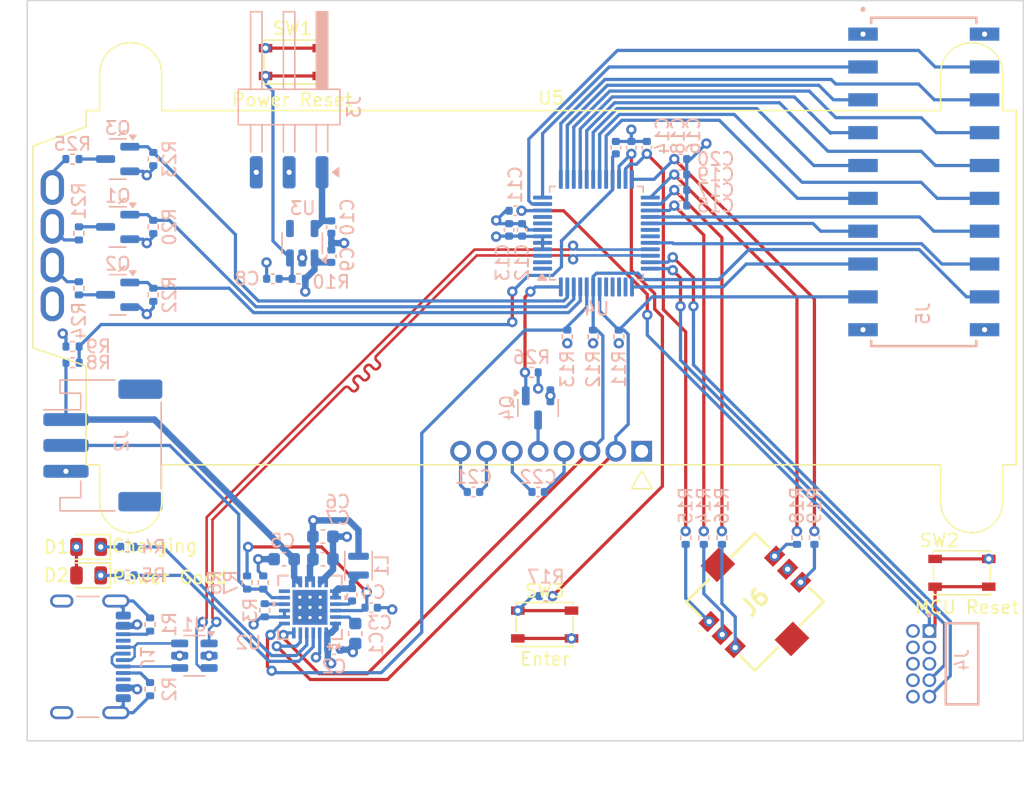
<source format=kicad_pcb>
(kicad_pcb (version 20241229) (generator "pcbnew") (generator_version "9.0")
  (layers (0 "F.Cu" signal) (4 "In1.Cu" power "Pwr.Cu") (6 "In2.Cu" power "Gnd.Cu") (2 "B.Cu" signal) (13 "F.Paste" user) (15 "B.Paste" user) (5 "F.SilkS" user "F.Silkscreen") (7 "B.SilkS" user "B.Silkscreen") (1 "F.Mask" user) (3 "B.Mask" user) (25 "Edge.Cuts" user))
  (net 0 "")
  (net 1 "GND")
  (net 2 "Net-(U2-PMID)")
  (net 3 "/MCU/VBUS")
  (net 4 "Net-(U2-REGN)")
  (net 5 "Net-(U2-BTST)")
  (net 6 "/Power/SW")
  (net 7 "/Power/BATTERY")
  (net 8 "/Power/SYS")
  (net 9 "Net-(U3-EN)")
  (net 10 "/MCU/NRST")
  (net 11 "/MCU/3V3")
  (net 12 "/MCU/VBAT")
  (net 13 "/MCU/CENTER")
  (net 14 "/MCU/DIR_A")
  (net 15 "/MCU/DIR_C")
  (net 16 "/MCU/BUTTON")
  (net 17 "/MCU/DIR_B")
  (net 18 "/MCU/DIR_D")
  (net 19 "Net-(U5-C1+)")
  (net 20 "Net-(U5-C1-)")
  (net 21 "Net-(U5-V_{out})")
  (net 22 "Net-(D1-K)")
  (net 23 "Net-(U2-STAT)")
  (net 24 "Net-(U2-~{PG})")
  (net 25 "Net-(D2-K)")
  (net 27 "/Power/USBCONN_D+")
  (net 28 "Net-(J1-CC2)")
  (net 29 "Net-(J1-CC1)")
  (net 30 "/Power/USBCONN_D-")
  (net 32 "/Power/BAT_TS")
  (net 33 "/MCU/PA8")
  (net 34 "/MCU/PA7")
  (net 35 "/MCU/PB0")
  (net 36 "/MCU/PB1")
  (net 37 "/MCU/PA6")
  (net 38 "/MCU/PA4")
  (net 39 "/MCU/PA2")
  (net 40 "/MCU/SDA")
  (net 41 "/MCU/SCL")
  (net 42 "/MCU/PA1")
  (net 43 "/MCU/PA15")
  (net 44 "/MCU/PA10")
  (net 45 "/MCU/PA0")
  (net 46 "/MCU/PA3")
  (net 47 "/MCU/PA5")
  (net 48 "/MCU/PA9")
  (net 49 "Net-(J6-C)")
  (net 50 "Net-(J6-B)")
  (net 51 "Net-(J6-A)")
  (net 52 "Net-(J6-CENTER)")
  (net 55 "Net-(J6-D)")
  (net 56 "/MCU/GREEN")
  (net 57 "Net-(Q1-D)")
  (net 58 "Net-(Q2-D)")
  (net 59 "/MCU/BLUE")
  (net 60 "/MCU/RED")
  (net 61 "Net-(Q3-D)")
  (net 62 "/MCU/LCD_PWR_CTL")
  (net 63 "Net-(Q4-D)")
  (net 64 "Net-(U2-ILIM)")
  (net 65 "/MCU/CHARGER_INT")
  (net 66 "Net-(R17-Pad1)")
  (net 67 "Net-(U5-(G)LED-)")
  (net 68 "Net-(U5-(B)LED-)")
  (net 69 "Net-(U5-(R)LED-)")
  (net 70 "/MCU/D+")
  (net 71 "/MCU/D-")
  (net 75 "/MCU/SYS_SWCLK")
  (net 81 "/MCU/SYS_SWDIO")
  (net 91 "Net-(J3-Pin_1)")
  (footprint "Button_Switch_SMD:SW_SPST_PTS810" (layer "F.Cu") (at 133.75 87)
    (property "Reference" "SW2")
    (property "Value" "SW_Push")
  )
  (footprint "LED_SMD:LED_0805_2012Metric" (layer "F.Cu") (at 66.25 87.2 180)
    (property "Reference" "D2")
    (property "Value" "Green")
  )
  (footprint "Button_Switch_SMD:SW_SPST_PTS810" (layer "F.Cu") (at 101.5 91)
    (property "Reference" "SW3")
    (property "Value" "SW_Push")
  )
  (footprint "LED_SMD:LED_0805_2012Metric" (layer "F.Cu") (at 66.25 85 180)
    (property "Reference" "D1")
    (property "Value" "Red")
  )
  (footprint "Project_Footprints:TE_24348041" (layer "F.Cu") (at 117.75 89.25 45)
    (property "Reference" "J6")
    (property "Value" "2434804-1" (hide yes))
  )
  (footprint "Button_Switch_SMD:SW_SPST_PTS810" (layer "F.Cu") (at 82 47.5)
    (property "Reference" "SW1")
    (property "Value" "SW_Push")
  )
  (footprint "Project_Footprints:NHD-C0220BiZ-FSRGB_no_mount" (layer "F.Cu") (at 102 61.7)
    (property "Reference" "U5")
    (property "Value" "NHD-C0220BIZ-FSRGB")
  )
  (footprint "Resistor_SMD:R_0402_1005Metric" (layer "B.Cu") (at 69.25 87.2)
    (property "Reference" "R5")
    (property "Value" "220")
  )
  (footprint "Capacitor_SMD:C_0402_1005Metric" (layer "B.Cu") (at 112 58.6)
    (property "Reference" "C15")
    (property "Value" "470n")
  )
  (footprint "Capacitor_SMD:C_0402_1005Metric" (layer "B.Cu") (at 80.492499 64.262499 180)
    (property "Reference" "C8")
    (property "Value" "1u")
  )
  (footprint "Capacitor_SMD:C_0603_1608Metric" (layer "B.Cu") (at 84.362448 85.947867 180)
    (property "Reference" "C7")
    (property "Value" "10u")
  )
  (footprint "Inductor_SMD:L_Murata_DFE201610P" (layer "B.Cu") (at 87.112448 86.447867 90)
    (property "Reference" "L1")
    (property "Value" "1uH")
  )
  (footprint "Package_TO_SOT_SMD:SOT-23" (layer "B.Cu") (at 68.5 65.5 180)
    (property "Reference" "Q2")
    (property "Value" "AO3400A")
  )
  (footprint "Project_Footprints:SAMTEC_SSM-110-F-DH" (layer "B.Cu") (at 130.8025 56.77 90)
    (property "Reference" "J5")
    (property "Value" "Conn_02x10_Odd_Even")
  )
  (footprint "Connector_JST:JST_PH_S3B-PH-SM4-TB_1x03-1MP_P2.00mm_Horizontal" (layer "B.Cu") (at 67.35 77.15 -90)
    (property "Reference" "J2")
    (property "Value" "Conn_01x03")
  )
  (footprint "Package_TO_SOT_SMD:SOT-23-5" (layer "B.Cu") (at 82.762499 61.512499 90)
    (property "Reference" "U3")
    (property "Value" "TPS7A0533PDBV")
  )
  (footprint "Resistor_SMD:R_0402_1005Metric" (layer "B.Cu") (at 71.25 65.5 -90)
    (property "Reference" "R22")
    (property "Value" "1M")
  )
  (footprint "Resistor_SMD:R_0402_1005Metric" (layer "B.Cu") (at 113.8 84.29 -90)
    (property "Reference" "R14")
    (property "Value" "10k")
  )
  (footprint "Package_QFP:LQFP-48_7x7mm_P0.5mm" (layer "B.Cu") (at 105.5 60.73)
    (property "Reference" "U4")
    (property "Value" "STM32G0B1CBTx")
  )
  (footprint "Capacitor_SMD:C_0402_1005Metric" (layer "B.Cu") (at 85.012499 62.512499 -90)
    (property "Reference" "C9")
    (property "Value" "1u")
  )
  (footprint "Capacitor_SMD:C_0402_1005Metric" (layer "B.Cu") (at 112 55 180)
    (property "Reference" "C20")
    (property "Value" "470n")
  )
  (footprint "Resistor_SMD:R_0402_1005Metric" (layer "B.Cu") (at 121 84.29 -90)
    (property "Reference" "R18")
    (property "Value" "10k")
  )
  (footprint "Capacitor_SMD:C_0402_1005Metric" (layer "B.Cu") (at 96 80.75 180)
    (property "Reference" "C21")
    (property "Value" "1u")
  )
  (footprint "Capacitor_SMD:C_0603_1608Metric" (layer "B.Cu") (at 81.362448 85.947867 180)
    (property "Reference" "C5")
    (property "Value" "10u")
  )
  (footprint "Connector_Harwin:Harwin_M20-89003xx_1x03_P2.54mm_Horizontal" (layer "B.Cu") (at 81.75 50.5 90)
    (property "Reference" "J3")
    (property "Value" "Conn_01x03")
  )
  (footprint "Capacitor_SMD:C_0402_1005Metric" (layer "B.Cu") (at 99.75 60.48 90)
    (property "Reference" "C12")
    (property "Value" "4u7")
  )
  (footprint "Resistor_SMD:R_0402_1005Metric" (layer "B.Cu") (at 71.25 60.25 -90)
    (property "Reference" "R20")
    (property "Value" "1M")
  )
  (footprint "Capacitor_SMD:C_0402_1005Metric" (layer "B.Cu") (at 85.2202 92.947867 180)
    (property "Reference" "C2")
    (property "Value" "1u")
  )
  (footprint "Capacitor_SMD:C_0402_1005Metric" (layer "B.Cu") (at 112 56.2)
    (property "Reference" "C19")
    (property "Value" "470n")
  )
  (footprint "Resistor_SMD:R_0402_1005Metric" (layer "B.Cu") (at 71 96 90)
    (property "Reference" "R2")
    (property "Value" "5k1")
  )
  (footprint "Resistor_SMD:R_0402_1005Metric" (layer "B.Cu") (at 65 55 180)
    (property "Reference" "R25")
    (property "Value" "70")
  )
  (footprint "Capacitor_SMD:C_0402_1005Metric" (layer "B.Cu") (at 85.012499 60.262499 90)
    (property "Reference" "C10")
    (property "Value" "1u")
  )
  (footprint "Resistor_SMD:R_0402_1005Metric" (layer "B.Cu") (at 71 91 -90)
    (property "Reference" "R1")
    (property "Value" "5k1")
  )
  (footprint "Connector_USB:USB_C_Receptacle_GCT_USB4105-xx-A_16P_TopMnt_Horizontal" (layer "B.Cu") (at 65.25 93.5 90)
    (property "Reference" "J1")
    (property "Value" "USB_C_Receptacle_USB2.0_16P")
  )
  (footprint "Resistor_SMD:R_0402_1005Metric" (layer "B.Cu") (at 112.4 84.29 -90)
    (property "Reference" "R15")
    (property "Value" "10k")
  )
  (footprint "Resistor_SMD:R_0402_1005Metric" (layer "B.Cu") (at 107.23 68.74 90)
    (property "Reference" "R11")
    (property "Value" "10k")
  )
  (footprint "Capacitor_SMD:C_0603_1608Metric" (layer "B.Cu") (at 84.362448 84.197867 180)
    (property "Reference" "C6")
    (property "Value" "10u")
  )
  (footprint "Package_TO_SOT_SMD:SOT-23" (layer "B.Cu") (at 68.5 60.25 180)
    (property "Reference" "Q1")
    (property "Value" "AO3400A")
  )
  (footprint "Resistor_SMD:R_0402_1005Metric" (layer "B.Cu") (at 65.01 70.75)
    (property "Reference" "R8")
    (property "Value" "100k")
  )
  (footprint "Resistor_SMD:R_0402_1005Metric" (layer "B.Cu") (at 103.25 68.74 90)
    (property "Reference" "R13")
    (property "Value" "10k")
  )
  (footprint "Resistor_SMD:R_0402_1005Metric" (layer "B.Cu") (at 65.5 65 90)
    (property "Reference" "R24")
    (property "Value" "20")
  )
  (footprint "Capacitor_SMD:C_0402_1005Metric" (layer "B.Cu") (at 112 57.4 180)
    (property "Reference" "C17")
    (property "Value" "470n")
  )
  (footprint "Capacitor_SMD:C_0402_1005Metric" (layer "B.Cu") (at 107 54.12 -90)
    (property "Reference" "C14")
    (property "Value" "1u")
  )
  (footprint "Project_Footprints:SAMTEC_FTSH-105-01-L-D-RA-K" (layer "B.Cu") (at 131.235 91.4975 90)
    (property "Reference" "J4")
    (property "Value" "Conn_02x05_Odd_Even")
  )
  (footprint "Resistor_SMD:R_0402_1005Metric" (layer "B.Cu") (at 79.862449 89.897867 90)
    (property "Reference" "R3")
    (property "Value" "240")
  )
  (footprint "Resistor_SMD:R_0402_1005Metric" (layer "B.Cu") (at 69.25 85)
    (property "Reference" "R4")
    (property "Value" "470")
  )
  (footprint "Resistor_SMD:R_0402_1005Metric" (layer "B.Cu") (at 65.5 60.75 -90)
    (property "Reference" "R21")
    (property "Value" "20")
  )
  (footprint "Capacitor_SMD:C_0402_1005Metric" (layer "B.Cu") (at 101 80.75 180)
    (property "Reference" "C22")
    (property "Value" "1u")
  )
  (footprint "Package_TO_SOT_SMD:SOT-23-6" (layer "B.Cu") (at 74.425 93.4125 180)
    (property "Reference" "U1")
    (property "Value" "USBLC6-2SC6")
  )
  (footprint "Capacitor_SMD:C_0402_1005Metric" (layer "B.Cu") (at 99.23 59 180)
    (property "Reference" "C11")
    (property "Value" "100n")
  )
  (footprint "Resistor_SMD:R_0402_1005Metric" (layer "B.Cu") (at 78.5 87.75 -90)
    (property "Reference" "R6")
    (property "Value" "5k25 (5k23)")
  )
  (footprint "Capacitor_SMD:C_0603_1608Metric" (layer "B.Cu") (at 86.862448 91.697867 -90)
    (property "Reference" "C1")
    (property "Value" "10u")
  )
  (footprint "Resistor_SMD:R_0402_1005Metric" (layer "B.Cu") (at 100.49 71.5 180)
    (property "Reference" "R26")
    (property "Value" "1M")
  )
  (footprint "Capacitor_SMD:C_0402_1005Metric" (layer "B.Cu") (at 88.092448 89.697867)
    (property "Reference" "C3")
    (property "Value" "4u7")
  )
  (footprint "Resistor_SMD:R_0402_1005Metric" (layer "B.Cu") (at 71.25 55 -90)
    (property "Reference" "R23")
    (property "Value" "1M")
  )
  (footprint "Capacitor_SMD:C_0402_1005Metric" (layer "B.Cu") (at 108.2 54.12 90)
    (property "Reference" "C18")
    (property "Value" "470n")
  )
  (footprint "Resistor_SMD:R_0402_1005Metric" (layer "B.Cu") (at 65.01 69.5 180)
    (property "Reference" "R9")
    (property "Value" "200k")
  )
  (footprint "Package_TO_SOT_SMD:SOT-23" (layer "B.Cu") (at 100.99 74.25 -90)
    (property "Reference" "Q4")
    (property "Value" "AO3401A")
  )
  (footprint "Resistor_SMD:R_0402_1005Metric" (layer "B.Cu") (at 82.492499 64.262499 180)
    (property "Reference" "R10")
    (property "Value" "10k")
  )
  (footprint "Resistor_SMD:R_0402_1005Metric" (layer "B.Cu") (at 79.75 87.75 90)
    (property "Reference" "R7")
    (property "Value" "31k23 (31k6)")
  )
  (footprint "Capacitor_SMD:C_0402_1005Metric" (layer "B.Cu") (at 109.4 54.12 90)
    (property "Reference" "C16")
    (property "Value" "470n")
  )
  (footprint "Resistor_SMD:R_0402_1005Metric" (layer "B.Cu") (at 105.24 68.74 90)
    (property "Reference" "R12")
    (property "Value" "10k")
  )
  (footprint "Project_Footprints:RGE24_2P7X2P7_TEX" (layer "B.Cu") (at 83.362448 89.672867 90)
    (property "Reference" "U2")
    (property "Value" "BQ24259RGER")
  )
  (footprint "Package_TO_SOT_SMD:SOT-23" (layer "B.Cu") (at 68.5 55 180)
    (property "Reference" "Q3")
    (property "Value" "AO3400A")
  )
  (footprint "Capacitor_SMD:C_0402_1005Metric" (layer "B.Cu") (at 86.612448 88.697867 -90)
    (property "Reference" "C4")
    (property "Value" "47n")
  )
  (footprint "Resistor_SMD:R_0402_1005Metric" (layer "B.Cu") (at 122.35 84.29 -90)
    (property "Reference" "R19")
    (property "Value" "10k")
  )
  (footprint "Capacitor_SMD:C_0402_1005Metric" (layer "B.Cu") (at 98.75 60.48 90)
    (property "Reference" "C13")
    (property "Value" "100n")
  )
  (footprint "Resistor_SMD:R_0402_1005Metric" (layer "B.Cu") (at 115.2 84.29 90)
    (property "Reference" "R16")
    (property "Value" "10k")
  )
  (footprint "Resistor_SMD:R_0402_1005Metric" (layer "B.Cu") (at 101.6 88.8)
    (property "Reference" "R17")
    (property "Value" "10k")
  )
  (gr_rect (start 61.5 42.75) (end 138.5 100) (stroke (width 0.1)) (fill no) (layer "Edge.Cuts"))
  (gr_text "Enter" (at 99.5 94.25 0) (layer "F.SilkS") (effects (font (size 1 1)) (justify left bottom)))
  (gr_text "MCU Reset" (at 130 90.25 0) (layer "F.SilkS") (effects (font (size 1 1)) (justify left bottom)))
  (gr_text "Power Good" (at 67.975 87.95 0) (layer "F.SilkS") (effects (font (size 1 1)) (justify left bottom)))
  (gr_text "Power Reset" (at 77.25 51 0) (layer "F.SilkS") (effects (font (size 1 1)) (justify left bottom)))
  (gr_text "Charging" (at 67.935 85.5 0) (layer "F.SilkS") (effects (font (size 1 1)) (justify left bottom)))
  (segment (start 103.575 92.075) (end 99.425 92.075) (width 0.25) (layer "F.Cu") (net 1))
  (segment (start 135.825 85.925) (end 131.675 85.925) (width 0.25) (layer "F.Cu") (net 1))
  (segment (start 84.075 46.425) (end 79.925 46.425) (width 0.25) (layer "F.Cu") (net 1))
  (via (at 86.676879 93.135367) (size 0.8) (drill 0.4) (layers "F.Cu" "B.Cu") (net 1))
  (via (at 79.007418 90.992582) (size 0.8) (drill 0.4) (layers "F.Cu" "B.Cu") (net 1))
  (via (at 108.2 52.725) (size 0.8) (drill 0.4) (layers "F.Cu" "B.Cu") (net 1))
  (via (at 82.762499 62.649999) (size 0.8) (drill 0.4) (layers "F.Cu" "B.Cu") (net 1))
  (via (at 64.25 68.5) (size 0.8) (drill 0.4) (layers "F.Cu" "B.Cu") (net 1))
  (via (at 79.362448 85.947867) (size 0.8) (drill 0.4) (layers "F.Cu" "B.Cu") (net 1))
  (via (at 86.212448 84.209264) (size 0.8) (drill 0.4) (layers "F.Cu" "B.Cu") (net 1))
  (via (at 70.75 67) (size 0.8) (drill 0.4) (layers "F.Cu" "B.Cu") (net 1))
  (via (at 101 72.75) (size 0.8) (drill 0.4) (layers "F.Cu" "B.Cu") (net 1))
  (via (at 70.75 56.25) (size 0.8) (drill 0.4) (layers "F.Cu" "B.Cu") (net 1))
  (via (at 64.5 79.15) (size 0.8) (drill 0.4) (layers "F.Cu" "B.Cu") (net 1))
  (via (at 135.825 85.925) (size 0.8) (drill 0.4) (layers "F.Cu" "B.Cu") (net 1))
  (via (at 97.75 59.75) (size 0.8) (drill 0.4) (layers "F.Cu" "B.Cu") (net 1))
  (via (at 126.105 68.2) (size 0.8) (drill 0.4) (layers "F.Cu" "B.Cu") (net 1))
  (via (at 79.21 56.025) (size 0.8) (drill 0.4) (layers "F.Cu" "B.Cu") (net 1))
  (via (at 75.5625 93.4125) (size 0.8) (drill 0.4) (layers "F.Cu" "B.Cu") (net 1))
  (via (at 135.5 45.34) (size 0.8) (drill 0.4) (layers "F.Cu" "B.Cu") (net 1))
  (via (at 86 61.5) (size 0.8) (drill 0.4) (layers "F.Cu" "B.Cu") (net 1))
  (via (at 79.925 46.425) (size 0.8) (drill 0.4) (layers "F.Cu" "B.Cu") (net 1))
  (via (at 89.7202 89.837321) (size 0.8) (drill 0.4) (layers "F.Cu" "B.Cu") (net 1))
  (via (at 114 53.8) (size 0.8) (drill 0.4) (layers "F.Cu" "B.Cu") (net 1))
  (via (at 103.575 92.075) (size 0.8) (drill 0.4) (layers "F.Cu" "B.Cu") (net 1))
  (via (at 80 63) (size 0.8) (drill 0.4) (layers "F.Cu" "B.Cu") (net 1))
  (via (at 70.75 61.5) (size 0.8) (drill 0.4) (layers "F.Cu" "B.Cu") (net 1))
  (via (at 83.824826 93.53782) (size 0.8) (drill 0.4) (layers "F.Cu" "B.Cu") (net 1))
  (via (at 120.277907 86.722093) (size 0.8) (drill 0.4) (layers "F.Cu" "B.Cu") (net 1))
  (segment (start 101.3375 60.48) (end 100.24149 60.48) (width 0.25) (layer "B.Cu") (net 1))
  (segment (start 86.387448 92.947867) (end 86.574948 93.135367) (width 0.5) (layer "B.Cu") (net 1))
  (segment (start 98.75 59) (end 98.5 59) (width 0.25) (layer "B.Cu") (net 1))
  (segment (start 135.5 45.25) (end 135.5 45.34) (width 0.25) (layer "B.Cu") (net 1))
  (segment (start 68.93 96.7) (end 68.93 97.245) (width 0.25) (layer "B.Cu") (net 1))
  (segment (start 71 90.49) (end 69.69 89.18) (width 0.25) (layer "B.Cu") (net 1))
  (segment (start 85.137448 85.947867) (end 85.137448 86.762821) (width 0.5) (layer "B.Cu") (net 1))
  (segment (start 68.93 89.755) (end 68.355 89.18) (width 0.25) (layer "B.Cu") (net 1))
  (segment (start 84.112449 91.647867) (end 84.112449 93.250197) (width 0.25) (layer "B.Cu") (net 1))
  (segment (start 85.137448 84.197867) (end 86.201051 84.197867) (width 0.5) (layer "B.Cu") (net 1))
  (segment (start 68.93 90.3) (end 68.93 89.755) (width 0.25) (layer "B.Cu") (net 1))
  (segment (start 112.8 55) (end 114 53.8) (width 0.25) (layer "B.Cu") (net 1))
  (segment (start 71.25 60.76) (end 71.25 61) (width 0.25) (layer "B.Cu") (net 1))
  (segment (start 70.45 61.2) (end 70.75 61.5) (width 0.25) (layer "B.Cu") (net 1))
  (segment (start 86.387448 92.947867) (end 85.592448 92.947867) (width 0.5) (layer "B.Cu") (net 1))
  (segment (start 112.48 56.2) (end 112.48 55) (width 0.25) (layer "B.Cu") (net 1))
  (segment (start 79.877638 90.423056) (end 79.862449 90.407867) (width 0.25) (layer "B.Cu") (net 1))
  (segment (start 85.012499 61.5) (end 86 61.5) (width 0.5) (layer "B.Cu") (net 1))
  (segment (start 71.25 66.5) (end 70.75 67) (width 0.25) (layer "B.Cu") (net 1))
  (segment (start 112.48 55) (end 112.8 55) (width 0.25) (layer "B.Cu") (net 1))
  (segment (start 68.355 97.82) (end 69.69 97.82) (width 0.25) (layer "B.Cu") (net 1))
  (segment (start 69.4375 66.45) (end 70.2 66.45) (width 0.25) (layer "B.Cu") (net 1))
  (segment (start 85.137448 86.762821) (end 84.202402 87.697867) (width 0.5) (layer "B.Cu") (net 1))
  (segment (start 70.45 55.95) (end 70.75 56.25) (width 0.25) (layer "B.Cu") (net 1))
  (segment (start 79.862449 90.407867) (end 79.592133 90.407867) (width 0.25) (layer "B.Cu") (net 1))
  (segment (start 80.012499 64.262499) (end 80.012499 63.012499) (width 0.25) (layer "B.Cu") (net 1))
  (segment (start 79.592133 90.407867) (end 79.007418 90.992582) (width 0.25) (layer "B.Cu") (net 1))
  (segment (start 79.362448 86.852448) (end 79.362448 85.947867) (width 0.25) (layer "B.Cu") (net 1))
  (segment (start 64.5 68.75) (end 64.25 68.5) (width 0.25) (layer "B.Cu") (net 1))
  (segment (start 85.012499 61.5) (end 85.012499 62.032499) (width 0.5) (layer "B.Cu") (net 1))
  (segment (start 81.387448 90.423056) (end 79.877638 90.423056) (width 0.25) (layer "B.Cu") (net 1))
  (segment (start 98 60) (end 97.75 59.75) (width 0.25) (layer "B.Cu") (net 1))
  (segment (start 98.75 60) (end 98 60) (width 0.25) (layer "B.Cu") (net 1))
  (segment (start 84.112449 93.250197) (end 83.824826 93.53782) (width 0.25) (layer "B.Cu") (net 1))
  (segment (start 68.93 97.245) (end 68.355 97.82) (width 0.25) (layer "B.Cu") (net 1))
  (segment (start 80.012499 63.012499) (end 80 63) (width 0.25) (layer "B.Cu") (net 1))
  (segment (start 85.137448 84.197867) (end 85.137448 85.947867) (width 0.5) (layer "B.Cu") (net 1))
  (segment (start 103 79.23) (end 103 77.75) (width 0.25) (layer "B.Cu") (net 1))
  (segment (start 80.587448 85.947867) (end 79.362448 85.947867) (width 0.5) (layer "B.Cu") (net 1))
  (segment (start 108.2 53.64) (end 109.4 53.64) (width 0.25) (layer "B.Cu") (net 1))
  (segment (start 112.48 57.4) (end 112.48 56.2) (width 0.25) (layer "B.Cu") (net 1))
  (segment (start 71.25 55.75) (end 70.75 56.25) (width 0.25) (layer "B.Cu") (net 1))
  (segment (start 69.4375 55.95) (end 70.45 55.95) (width 0.25) (layer "B.Cu") (net 1))
  (segment (start 79.75 87.24) (end 79.362448 86.852448) (width 0.25) (layer "B.Cu") (net 1))
  (segment (start 81.387448 89.92293) (end 81.387448 90.423056) (width 0.25) (layer "B.Cu") (net 1))
  (segment (start 88.572448 89.697867) (end 89.580746 89.697867) (width 0.25) (layer "B.Cu") (net 1))
  (segment (start 101 71.5) (end 101 72.75) (width 0.25) (layer "B.Cu") (net 1))
  (segment (start 64.5 69.5) (end 64.5 68.75) (width 0.25) (layer "B.Cu") (net 1))
  (segment (start 89.580746 89.697867) (end 89.7202 89.837321) (width 0.25) (layer "B.Cu") (net 1))
  (segment (start 112.48 58.6) (end 112.48 57.4) (width 0.25) (layer "B.Cu") (net 1))
  (segment (start 100.24149 60.48) (end 99.76149 60) (width 0.25) (layer "B.Cu") (net 1))
  (segment (start 69.4375 61.2) (end 70.45 61.2) (width 0.25) (layer "B.Cu") (net 1))
  (segment (start 99.75 60) (end 98.75 60) (width 0.25) (layer "B.Cu") (net 1))
  (segment (start 69.69 89.18) (end 68.355 89.18) (width 0.25) (layer "B.Cu") (net 1))
  (segment (start 101.48 80.75) (end 103 79.23) (width 0.25) (layer "B.Cu") (net 1))
  (segment (start 85.012499 60.742499) (end 85.012499 61.5) (width 0.5) (layer "B.Cu") (net 1))
  (segment (start 86.574948 93.135367) (end 86.676879 93.135367) (width 0.5) (layer "B.Cu") (net 1))
  (segment (start 107 53.64) (end 108.2 53.64) (width 0.25) (layer "B.Cu") (net 1))
  (segment (start 108.2 53.64) (end 108.2 52.725) (width 0.25) (layer "B.Cu") (net 1))
  (segment (start 71.25 66.01) (end 71.25 66.5) (width 0.25) (layer "B.Cu") (net 1))
  (segment (start 86.862448 92.472867) (end 86.387448 92.947867) (width 0.5) (layer "B.Cu") (net 1))
  (segment (start 103.5 92) (end 103.575 92.075) (width 0.25) (layer "B.Cu") (net 1))
  (segment (start 71.25 61) (end 70.75 61.5) (width 0.25) (layer "B.Cu") (net 1))
  (segment (start 69.69 97.82) (end 71 96.51) (width 0.25) (layer "B.Cu") (net 1))
  (segment (start 98.5 59) (end 97.75 59.75) (width 0.25) (layer "B.Cu") (net 1))
  (segment (start 71.25 55.51) (end 71.25 55.75) (width 0.25) (layer "B.Cu") (net 1))
  (segment (start 86.201051 84.197867) (end 86.212448 84.209264) (width 0.5) (layer "B.Cu") (net 1))
  (segment (start 70.2 66.45) (end 70.75 67) (width 0.25) (layer "B.Cu") (net 1))
  (segment (start 85.337448 90.423056) (end 86.362637 90.423056) (width 0.25) (layer "B.Cu") (net 2))
  (segment (start 86.362637 90.423056) (end 86.862448 90.922867) (width 0.25) (layer "B.Cu") (net 2))
  (via (at 135.5 68.2) (size 0.8) (drill 0.4) (layers "F.Cu" "B.Cu") (net 3))
  (via (at 70 91) (size 0.8) (drill 0.4) (layers "F.Cu" "B.Cu") (net 3))
  (via (at 70 96) (size 0.8) (drill 0.4) (layers "F.Cu" "B.Cu") (net 3))
  (via (at 73.2875 93.4125) (size 0.8) (drill 0.4) (layers "F.Cu" "B.Cu") (net 3))
  (via (at 85 94) (size 0.8) (drill 0.4) (layers "F.Cu" "B.Cu") (net 3))
  (segment (start 85.337448 91.297867) (end 85.337448 91.01301) (width 0.5) (layer "B.Cu") (net 3))
  (segment (start 84.987448 91.647867) (end 85.337448 91.297867) (width 0.5) (layer "B.Cu") (net 3))
  (segment (start 84.7402 92.947867) (end 84.7402 93.7402) (width 0.5) (layer "B.Cu") (net 3))
  (segment (start 84.702403 91.647867) (end 84.987448 91.647867) (width 0.5) (layer "B.Cu") (net 3))
  (segment (start 68.93 95.9) (end 69.9 95.9) (width 0.5) (layer "B.Cu") (net 3))
  (segment (start 84.7402 93.7402) (end 85 94) (width 0.5) (layer "B.Cu") (net 3))
  (segment (start 68.93 91.1) (end 69.9 91.1) (width 0.5) (layer "B.Cu") (net 3))
  (segment (start 69.9 91.1) (end 70 91) (width 0.5) (layer "B.Cu") (net 3))
  (segment (start 84.702403 92.877912) (end 84.702403 91.647867) (width 0.5) (layer "B.Cu") (net 3))
  (segment (start 69.9 95.9) (end 70 96) (width 0.5) (layer "B.Cu") (net 3))
  (segment (start 78.58 85) (end 84.25 85) (width 0.25) (layer "F.Cu") (net 4))
  (segment (start 84.25 85) (end 87.75 88.5) (width 0.25) (layer "F.Cu") (net 4))
  (via (at 87.75 88.5) (size 0.8) (drill 0.4) (layers "F.Cu" "B.Cu") (net 4))
  (via (at 78.58 85) (size 0.8) (drill 0.4) (layers "F.Cu" "B.Cu") (net 4))
  (segment (start 87.387385 89.92293) (end 87.612448 89.697867) (width 0.25) (layer "B.Cu") (net 4))
  (segment (start 85.337448 89.92293) (end 87.387385 89.92293) (width 0.25) (layer "B.Cu") (net 4))
  (segment (start 78.5 85.08) (end 78.58 85) (width 0.25) (layer "B.Cu") (net 4))
  (segment (start 87.75 89.560315) (end 87.612448 89.697867) (width 0.25) (layer "B.Cu") (net 4))
  (segment (start 87.75 88.5) (end 87.75 89.560315) (width 0.25) (layer "B.Cu") (net 4))
  (segment (start 78.5 87.24) (end 78.5 85.08) (width 0.25) (layer "B.Cu") (net 4))
  (segment (start 85.337448 89.422804) (end 86.367511 89.422804) (width 0.25) (layer "B.Cu") (net 5))
  (segment (start 86.367511 89.422804) (end 86.612448 89.177867) (width 0.25) (layer "B.Cu") (net 5))
  (segment (start 86.612448 88.217867) (end 86.612448 87.672867) (width 0.5) (layer "B.Cu") (net 6))
  (segment (start 85.337448 88.422552) (end 85.337448 88.83285) (width 0.5) (layer "B.Cu") (net 6))
  (segment (start 86.612448 87.672867) (end 87.112448 87.172867) (width 0.5) (layer "B.Cu") (net 6))
  (segment (start 85.542133 88.217867) (end 85.337448 88.422552) (width 0.5) (layer "B.Cu") (net 6))
  (segment (start 86.612448 88.217867) (end 85.542133 88.217867) (width 0.5) (layer "B.Cu") (net 6))
  (segment (start 71.339581 75.15) (end 64.5 75.15) (width 0.5) (layer "B.Cu") (net 7))
  (segment (start 82.137448 85.947867) (end 82.137448 87.312821) (width 0.5) (layer "B.Cu") (net 7))
  (segment (start 64.5 70.75) (end 64.5 75.15) (width 0.25) (layer "B.Cu") (net 7))
  (segment (start 82.137448 85.947867) (end 71.339581 75.15) (width 0.5) (layer "B.Cu") (net 7))
  (segment (start 82.137448 87.312821) (end 82.522494 87.697867) (width 0.5) (layer "B.Cu") (net 7))
  (segment (start 65.3125 85) (end 65.3125 87.2) (width 0.25) (layer "F.Cu") (net 8))
  (via (at 83 65.25) (size 0.8) (drill 0.4) (layers "F.Cu" "B.Cu") (net 8))
  (via (at 65.3125 85) (size 0.8) (drill 0.4) (layers "F.Cu" "B.Cu") (net 8))
  (via (at 83.612448 82.947867) (size 0.8) (drill 0.4) (layers "F.Cu" "B.Cu") (net 8))
  (segment (start 83.587448 82.972867) (end 83.612448 82.947867) (width 0.5) (layer "B.Cu") (net 8))
  (segment (start 86.362448 82.947867) (end 87.112448 83.697867) (width 0.5) (layer "B.Cu") (net 8))
  (segment (start 83.587448 86.222867) (end 83.362448 86.447867) (width 0.5) (layer "B.Cu") (net 8))
  (segment (start 87.112448 83.697867) (end 87.112448 83.947867) (width 0.5) (layer "B.Cu") (net 8))
  (segment (start 83.362448 86.447867) (end 83.362448 87.447867) (width 0.5) (layer "B.Cu") (net 8))
  (segment (start 87.112448 83.947867) (end 87.112448 85.722867) (width 0.5) (layer "B.Cu") (net 8))
  (segment (start 83.587448 84.197867) (end 83.587448 85.947867) (width 0.5) (layer "B.Cu") (net 8))
  (segment (start 83.587448 85.947867) (end 83.587448 86.222867) (width 0.5) (layer "B.Cu") (net 8))
  (segment (start 83.712499 63.552499) (end 83.002499 64.262499) (width 0.5) (layer "B.Cu") (net 8))
  (segment (start 83.712499 62.649999) (end 83.712499 63.552499) (width 0.5) (layer "B.Cu") (net 8))
  (segment (start 83.002499 65.247501) (end 83 65.25) (width 0.5) (layer "B.Cu") (net 8))
  (segment (start 84.054999 62.992499) (end 83.712499 62.649999) (width 0.5) (layer "B.Cu") (net 8))
  (segment (start 83.002499 64.262499) (end 83.002499 65.247501) (width 0.5) (layer "B.Cu") (net 8))
  (segment (start 83.587448 84.197867) (end 83.587448 82.972867) (width 0.5) (layer "B.Cu") (net 8))
  (segment (start 83.612448 82.947867) (end 86.362448 82.947867) (width 0.5) (layer "B.Cu") (net 8))
  (segment (start 85.012499 62.992499) (end 84.054999 62.992499) (width 0.5) (layer "B.Cu") (net 8))
  (segment (start 84.075 48.575) (end 79.925 48.575) (width 0.25) (layer "F.Cu") (net 9))
  (via (at 79.925 48.575) (size 0.8) (drill 0.4) (layers "F.Cu" "B.Cu") (net 9))
  (segment (start 79.925 49.175) (end 79.925 48.575) (width 0.25) (layer "B.Cu") (net 9))
  (segment (start 81.982499 64.262499) (end 80.972499 64.262499) (width 0.25) (layer "B.Cu") (net 9))
  (segment (start 81.982499 64.262499) (end 81.982499 62.819999) (width 0.25) (layer "B.Cu") (net 9))
  (segment (start 80.5 61.3375) (end 80.5 49.75) (width 0.25) (layer "B.Cu") (net 9))
  (segment (start 81.812499 62.649999) (end 80.5 61.3375) (width 0.25) (layer "B.Cu") (net 9))
  (segment (start 80.5 49.75) (end 79.925 49.175) (width 0.25) (layer "B.Cu") (net 9))
  (segment (start 135.825 88.075) (end 131.675 88.075) (width 0.25) (layer "F.Cu") (net 10))
  (segment (start 131.675 91.0575) (end 131.235 91.4975) (width 0.25) (layer "F.Cu") (net 10))
  (segment (start 131.675 88.075) (end 131.675 91.0575) (width 0.25) (layer "F.Cu") (net 10))
  (segment (start 109.433218 65.471028) (end 102.96219 59) (width 0.25) (layer "F.Cu") (net 10))
  (segment (start 102.96219 59) (end 99.71 59) (width 0.25) (layer "F.Cu") (net 10))
  (segment (start 109.433218 67.052088) (end 109.433218 65.471028) (width 0.25) (layer "F.Cu") (net 10))
  (via (at 99.71 59) (size 0.8) (drill 0.4) (layers "F.Cu" "B.Cu") (net 10))
  (via (at 109.433218 67.052088) (size 0.8) (drill 0.4) (layers "F.Cu" "B.Cu") (net 10))
  (segment (start 99.71 59) (end 101.3175 59) (width 0.25) (layer "B.Cu") (net 10))
  (segment (start 115.205845 74.394155) (end 111.10856 70.29687) (width 0.25) (layer "B.Cu") (net 10))
  (segment (start 131.235 90.42331) (end 115.205845 74.394155) (width 0.25) (layer "B.Cu") (net 10))
  (segment (start 131.235 91.4975) (end 131.235 90.42331) (width 0.25) (layer "B.Cu") (net 10))
  (segment (start 111.10856 70.29687) (end 109.433218 68.621528) (width 0.25) (layer "B.Cu") (net 10))
  (segment (start 109.433218 68.621528) (end 109.433218 67.052088) (width 0.25) (layer "B.Cu") (net 10))
  (segment (start 101.3175 59) (end 101.3375 58.98) (width 0.25) (layer "B.Cu") (net 10))
  (via (at 101.94 73.3125) (size 0.8) (drill 0.4) (layers "F.Cu" "B.Cu") (net 11))
  (via (at 107.23 69.25) (size 0.8) (drill 0.4) (layers "F.Cu" "B.Cu") (net 11))
  (via (at 103.25 69.25) (size 0.8) (drill 0.4) (layers "F.Cu" "B.Cu") (net 11))
  (via (at 105.24 69.25) (size 0.8) (drill 0.4) (layers "F.Cu" "B.Cu") (net 11))
  (via (at 126.105 45.34) (size 0.8) (drill 0.4) (layers "F.Cu" "B.Cu") (net 11))
  (via (at 81.75 56.025) (size 0.8) (drill 0.4) (layers "F.Cu" "B.Cu") (net 11))
  (via (at 97.75 61) (size 0.8) (drill 0.4) (layers "F.Cu" "B.Cu") (net 11))
  (segment (start 97.79 60.96) (end 97.75 61) (width 0.25) (layer "B.Cu") (net 11))
  (segment (start 101.3375 60.98) (end 99.77 60.98) (width 0.25) (layer "B.Cu") (net 11))
  (segment (start 99.75 60.96) (end 98.75 60.96) (width 0.25) (layer "B.Cu") (net 11))
  (segment (start 101.3375 61.48) (end 101.3375 60.98) (width 0.25) (layer "B.Cu") (net 11))
  (segment (start 98.75 60.96) (end 97.79 60.96) (width 0.25) (layer "B.Cu") (net 11))
  (segment (start 99.77 60.98) (end 99.75 60.96) (width 0.25) (layer "B.Cu") (net 11))
  (segment (start 101.3375 61.98) (end 101.3375 61.48) (width 0.25) (layer "B.Cu") (net 11))
  (segment (start 99 65.251) (end 99 67.603) (width 0.25) (layer "F.Cu") (net 12))
  (via (at 99 67.603) (size 0.8) (drill 0.4) (layers "F.Cu" "B.Cu") (net 12))
  (via (at 99 65.251) (size 0.8) (drill 0.4) (layers "F.Cu" "B.Cu") (net 12))
  (segment (start 65.52 70.75) (end 65.52 69.5) (width 0.25) (layer "B.Cu") (net 12))
  (segment (start 67.22 67.8) (end 98.803 67.8) (width 0.25) (layer "B.Cu") (net 12))
  (segment (start 106.75 56.5675) (end 106.75 57.374178) (width 0.25) (layer "B.Cu") (net 12))
  (segment (start 102.8 61.324178) (end 102.8 63.324178) (width 0.25) (layer "B.Cu") (net 12))
  (segment (start 106.75 54.85) (end 106.75 56.5675) (width 0.25) (layer "B.Cu") (net 12))
  (segment (start 100.251 64) (end 99 65.251) (width 0.25) (layer "B.Cu") (net 12))
  (segment (start 102.8 63.324178) (end 102.124178 64) (width 0.25) (layer "B.Cu") (net 12))
  (segment (start 65.52 69.5) (end 67.22 67.8) (width 0.25) (layer "B.Cu") (net 12))
  (segment (start 98.803 67.8) (end 99 67.603) (width 0.25) (layer "B.Cu") (net 12))
  (segment (start 107 54.6) (end 106.75 54.85) (width 0.25) (layer "B.Cu") (net 12))
  (segment (start 106.75 57.374178) (end 102.8 61.324178) (width 0.25) (layer "B.Cu") (net 12))
  (segment (start 102.124178 64) (end 100.251 64) (width 0.25) (layer "B.Cu") (net 12))
  (segment (start 113.8 60.88) (end 111.52 58.6) (width 0.25) (layer "F.Cu") (net 13))
  (segment (start 113.8 83.78) (end 113.8 60.88) (width 0.25) (layer "F.Cu") (net 13))
  (via (at 111.52 58.6) (size 0.8) (drill 0.4) (layers "F.Cu" "B.Cu") (net 13))
  (via (at 113.8 83.78) (size 0.8) (drill 0.4) (layers "F.Cu" "B.Cu") (net 13))
  (segment (start 111.14 58.98) (end 109.6625 58.98) (width 0.25) (layer "B.Cu") (net 13))
  (segment (start 111.52 58.6) (end 111.14 58.98) (width 0.25) (layer "B.Cu") (net 13))
  (segment (start 112.4 68.36219) (end 112.4 83.78) (width 0.25) (layer "F.Cu") (net 14))
  (segment (start 110.674 66.63619) (end 112.4 68.36219) (width 0.25) (layer "F.Cu") (net 14))
  (segment (start 109.4 54.6) (end 110.674 55.874) (width 0.25) (layer "F.Cu") (net 14))
  (segment (start 110.674 55.874) (end 110.674 66.63619) (width 0.25) (layer "F.Cu") (net 14))
  (via (at 109.4 54.6) (size 0.8) (drill 0.4) (layers "F.Cu" "B.Cu") (net 14))
  (via (at 112.4 83.78) (size 0.8) (drill 0.4) (layers "F.Cu" "B.Cu") (net 14))
  (segment (start 108.110822 55.4) (end 107.75 55.760822) (width 0.25) (layer "B.Cu") (net 14))
  (segment (start 107.75 55.760822) (end 107.75 56.5675) (width 0.25) (layer "B.Cu") (net 14))
  (segment (start 108.6 55.4) (end 108.110822 55.4) (width 0.25) (layer "B.Cu") (net 14))
  (segment (start 109.4 54.6) (end 108.6 55.4) (width 0.25) (layer "B.Cu") (net 14))
  (segment (start 115.2 83.78) (end 115.2 61.08) (width 0.25) (layer "F.Cu") (net 15))
  (segment (start 115.2 61.08) (end 111.52 57.4) (width 0.25) (layer "F.Cu") (net 15))
  (via (at 111.52 57.4) (size 0.8) (drill 0.4) (layers "F.Cu" "B.Cu") (net 15))
  (via (at 115.2 83.78) (size 0.8) (drill 0.4) (layers "F.Cu" "B.Cu") (net 15))
  (segment (start 111.52 57.429178) (end 110.469178 58.48) (width 0.25) (layer "B.Cu") (net 15))
  (segment (start 111.52 57.4) (end 111.52 57.429178) (width 0.25) (layer "B.Cu") (net 15))
  (segment (start 110.469178 58.48) (end 109.6625 58.48) (width 0.25) (layer "B.Cu") (net 15))
  (segment (start 108.2 54.6) (end 108.2 63.6) (width 0.25) (layer "F.Cu") (net 16))
  (segment (start 110 66.6) (end 110.6 67.2) (width 0.25) (layer "F.Cu") (net 16))
  (segment (start 110.6 80.31) (end 102.11 88.8) (width 0.25) (layer "F.Cu") (net 16))
  (segment (start 102.11 88.8) (end 102 88.8) (width 0.25) (layer "F.Cu") (net 16))
  (segment (start 110 65.4) (end 110 66.6) (width 0.25) (layer "F.Cu") (net 16))
  (segment (start 110.6 67.2) (end 110.6 80.31) (width 0.25) (layer "F.Cu") (net 16))
  (segment (start 108.2 63.6) (end 110 65.4) (width 0.25) (layer "F.Cu") (net 16))
  (via (at 108.2 54.6) (size 0.8) (drill 0.4) (layers "F.Cu" "B.Cu") (net 16))
  (via (at 102.11 88.8) (size 0.8) (drill 0.4) (layers "F.Cu" "B.Cu") (net 16))
  (segment (start 108.2 54.6) (end 107.25 55.55) (width 0.25) (layer "B.Cu") (net 16))
  (segment (start 107.25 55.55) (end 107.25 56.5675) (width 0.25) (layer "B.Cu") (net 16))
  (segment (start 121 65.68) (end 111.52 56.2) (width 0.25) (layer "F.Cu") (net 17))
  (segment (start 121 83.78) (end 121 65.68) (width 0.25) (layer "F.Cu") (net 17))
  (via (at 111.52 56.2) (size 0.8) (drill 0.4) (layers "F.Cu" "B.Cu") (net 17))
  (via (at 121 83.78) (size 0.8) (drill 0.4) (layers "F.Cu" "B.Cu") (net 17))
  (segment (start 111.52 56.2) (end 111.4425 56.2) (width 0.25) (layer "B.Cu") (net 17))
  (segment (start 111.4425 56.2) (end 109.6625 57.98) (width 0.25) (layer "B.Cu") (net 17))
  (segment (start 122.35 65.83) (end 111.52 55) (width 0.25) (layer "F.Cu") (net 18))
  (segment (start 122.35 83.78) (end 122.35 65.83) (width 0.25) (layer "F.Cu") (net 18))
  (via (at 111.52 55) (size 0.8) (drill 0.4) (layers "F.Cu" "B.Cu") (net 18))
  (via (at 122.35 83.78) (size 0.8) (drill 0.4) (layers "F.Cu" "B.Cu") (net 18))
  (segment (start 111.52 55) (end 109.9525 56.5675) (width 0.25) (layer "B.Cu") (net 18))
  (segment (start 109.9525 56.5675) (end 108.25 56.5675) (width 0.25) (layer "B.Cu") (net 18))
  (segment (start 96.48 80.75) (end 97 80.23) (width 0.25) (layer "B.Cu") (net 19))
  (segment (start 97 80.23) (end 97 77.75) (width 0.25) (layer "B.Cu") (net 19))
  (segment (start 95 80.23) (end 95 77.75) (width 0.25) (layer "B.Cu") (net 20))
  (segment (start 95.52 80.75) (end 95 80.23) (width 0.25) (layer "B.Cu") (net 20))
  (segment (start 99 79.23) (end 99 77.75) (width 0.25) (layer "B.Cu") (net 21))
  (segment (start 100.52 80.75) (end 99 79.23) (width 0.25) (layer "B.Cu") (net 21))
  (via (at 67.1875 85) (size 0.8) (drill 0.4) (layers "F.Cu" "B.Cu") (net 22))
  (segment (start 68.74 85) (end 67.1875 85) (width 0.25) (layer "B.Cu") (net 22))
  (segment (start 71.98953 85) (end 69.76 85) (width 0.25) (layer "B.Cu") (net 23))
  (segment (start 83.112448 91.647867) (end 83.112448 92.587083) (width 0.25) (layer "B.Cu") (net 23))
  (segment (start 83.112448 92.587083) (end 82.30072 93.398811) (width 0.25) (layer "B.Cu") (net 23))
  (segment (start 82.30072 93.398811) (end 80.388341 93.398811) (width 0.25) (layer "B.Cu") (net 23))
  (segment (start 80.388341 93.398811) (end 71.98953 85) (width 0.25) (layer "B.Cu") (net 23))
  (segment (start 80.201531 93.849811) (end 73.55172 87.2) (width 0.25) (layer "B.Cu") (net 24))
  (segment (start 83.612448 91.647867) (end 83.612448 92.724893) (width 0.25) (layer "B.Cu") (net 24))
  (segment (start 82.48753 93.849811) (end 80.201531 93.849811) (width 0.25) (layer "B.Cu") (net 24))
  (segment (start 73.55172 87.2) (end 69.76 87.2) (width 0.25) (layer "B.Cu") (net 24))
  (segment (start 83.612448 92.724893) (end 82.48753 93.849811) (width 0.25) (layer "B.Cu") (net 24))
  (via (at 67.1875 87.2) (size 0.8) (drill 0.4) (layers "F.Cu" "B.Cu") (net 25))
  (segment (start 68.74 87.2) (end 67.1875 87.2) (width 0.25) (layer "B.Cu") (net 25))
  (segment (start 69.538824 93.75) (end 68.93 93.75) (width 0.2) (layer "B.Cu") (net 27))
  (segment (start 69.806 93.482824) (end 69.538824 93.75) (width 0.2) (layer "B.Cu") (net 27))
  (segment (start 68.93 92.75) (end 69.75 92.75) (width 0.2) (layer "B.Cu") (net 27))
  (segment (start 69.806 92.806) (end 69.806 93.482824) (width 0.2) (layer "B.Cu") (net 27))
  (segment (start 70.0375 92.4625) (end 73.2875 92.4625) (width 0.2) (layer "B.Cu") (net 27))
  (segment (start 69.75 92.75) (end 69.806 92.806) (width 0.2) (layer "B.Cu") (net 27))
  (segment (start 69.75 92.75) (end 70.0375 92.4625) (width 0.2) (layer "B.Cu") (net 27))
  (segment (start 70.76 91.75) (end 71 91.51) (width 0.25) (layer "B.Cu") (net 28))
  (segment (start 68.93 91.75) (end 70.76 91.75) (width 0.25) (layer "B.Cu") (net 28))
  (segment (start 68.93 94.75) (end 70.26 94.75) (width 0.25) (layer "B.Cu") (net 29))
  (segment (start 70.26 94.75) (end 71 95.49) (width 0.25) (layer "B.Cu") (net 29))
  (segment (start 68.054 93.517176) (end 68.054 93.982824) (width 0.2) (layer "B.Cu") (net 30))
  (segment (start 68.93 93.25) (end 68.321176 93.25) (width 0.2) (layer "B.Cu") (net 30))
  (segment (start 73.175 94.25) (end 73.2875 94.3625) (width 0.2) (layer "B.Cu") (net 30))
  (segment (start 68.054 93.982824) (end 68.321176 94.25) (width 0.2) (layer "B.Cu") (net 30))
  (segment (start 68.321176 94.25) (end 68.93 94.25) (width 0.2) (layer "B.Cu") (net 30))
  (segment (start 68.93 94.25) (end 73.175 94.25) (width 0.2) (layer "B.Cu") (net 30))
  (segment (start 68.321176 93.25) (end 68.054 93.517176) (width 0.2) (layer "B.Cu") (net 30))
  (segment (start 79.75 88.26) (end 78.5 88.26) (width 0.25) (layer "B.Cu") (net 32))
  (segment (start 80.412678 88.922678) (end 79.75 88.26) (width 0.25) (layer "B.Cu") (net 32))
  (segment (start 77.855 82.478591) (end 72.526409 77.15) (width 0.25) (layer "B.Cu") (net 32))
  (segment (start 78.5 88.26) (end 77.855 87.615) (width 0.25) (layer "B.Cu") (net 32))
  (segment (start 81.387448 88.922678) (end 80.412678 88.922678) (width 0.25) (layer "B.Cu") (net 32))
  (segment (start 72.526409 77.15) (end 64.5 77.15) (width 0.25) (layer "B.Cu") (net 32))
  (segment (start 77.855 87.615) (end 77.855 82.478591) (width 0.25) (layer "B.Cu") (net 32))
  (segment (start 131.58 60.58) (end 135.5 60.58) (width 0.25) (layer "B.Cu") (net 33))
  (segment (start 130.48 59.48) (end 131.58 60.58) (width 0.25) (layer "B.Cu") (net 33))
  (segment (start 109.6625 59.48) (end 130.48 59.48) (width 0.25) (layer "B.Cu") (net 33))
  (segment (start 117.898 51.098) (end 122.3 55.5) (width 0.25) (layer "B.Cu") (net 34))
  (segment (start 105.25 56.5675) (end 105.25 52.941476) (width 0.25) (layer "B.Cu") (net 34))
  (segment (start 107.093476 51.098) (end 117.898 51.098) (width 0.25) (layer "B.Cu") (net 34))
  (segment (start 105.25 52.941476) (end 107.093476 51.098) (width 0.25) (layer "B.Cu") (net 34))
  (segment (start 122.3 55.5) (end 126.105 55.5) (width 0.25) (layer "B.Cu") (net 34))
  (segment (start 121.4 56.8) (end 130.6 56.8) (width 0.25) (layer "B.Cu") (net 35))
  (segment (start 105.75 53.079286) (end 107.280286 51.549) (width 0.25) (layer "B.Cu") (net 35))
  (segment (start 116.149 51.549) (end 121.4 56.8) (width 0.25) (layer "B.Cu") (net 35))
  (segment (start 130.6 56.8) (end 131.84 58.04) (width 0.25) (layer "B.Cu") (net 35))
  (segment (start 105.75 56.5675) (end 105.75 53.079286) (width 0.25) (layer "B.Cu") (net 35))
  (segment (start 107.280286 51.549) (end 116.149 51.549) (width 0.25) (layer "B.Cu") (net 35))
  (segment (start 131.84 58.04) (end 135.5 58.04) (width 0.25) (layer "B.Cu") (net 35))
  (segment (start 106.25 53.217096) (end 107.467096 52) (width 0.25) (layer "B.Cu") (net 36))
  (segment (start 115 52) (end 121.04 58.04) (width 0.25) (layer "B.Cu") (net 36))
  (segment (start 106.25 56.5675) (end 106.25 53.217096) (width 0.25) (layer "B.Cu") (net 36))
  (segment (start 121.04 58.04) (end 126.105 58.04) (width 0.25) (layer "B.Cu") (net 36))
  (segment (start 107.467096 52) (end 115 52) (width 0.25) (layer "B.Cu") (net 36))
  (segment (start 119.647 50.647) (end 123.4 54.4) (width 0.25) (layer "B.Cu") (net 37))
  (segment (start 104.75 52.803666) (end 106.906666 50.647) (width 0.25) (layer "B.Cu") (net 37))
  (segment (start 106.906666 50.647) (end 119.647 50.647) (width 0.25) (layer "B.Cu") (net 37))
  (segment (start 123.4 54.4) (end 130.6 54.4) (width 0.25) (layer "B.Cu") (net 37))
  (segment (start 130.6 54.4) (end 131.7 55.5) (width 0.25) (layer "B.Cu") (net 37))
  (segment (start 104.75 56.5675) (end 104.75 52.803666) (width 0.25) (layer "B.Cu") (net 37))
  (segment (start 131.7 55.5) (end 135.5 55.5) (width 0.25) (layer "B.Cu") (net 37))
  (segment (start 103.75 52.528046) (end 106.533046 49.745) (width 0.25) (layer "B.Cu") (net 38))
  (segment (start 131.76 52.96) (end 135.5 52.96) (width 0.25) (layer "B.Cu") (net 38))
  (segment (start 130.6 51.8) (end 131.76 52.96) (width 0.25) (layer "B.Cu") (net 38))
  (segment (start 106.533046 49.745) (end 121.945 49.745) (width 0.25) (layer "B.Cu") (net 38))
  (segment (start 103.75 56.5675) (end 103.75 52.528046) (width 0.25) (layer "B.Cu") (net 38))
  (segment (start 124 51.8) (end 130.6 51.8) (width 0.25) (layer "B.Cu") (net 38))
  (segment (start 121.945 49.745) (end 124 51.8) (width 0.25) (layer "B.Cu") (net 38))
  (segment (start 123.643 48.843) (end 124 49.2) (width 0.25) (layer "B.Cu") (net 39))
  (segment (start 124 49.2) (end 130.4 49.2) (width 0.25) (layer "B.Cu") (net 39))
  (segment (start 131.62 50.42) (end 135.5 50.42) (width 0.25) (layer "B.Cu") (net 39))
  (segment (start 106.159426 48.843) (end 123.643 48.843) (width 0.25) (layer "B.Cu") (net 39))
  (segment (start 130.4 49.2) (end 131.62 50.42) (width 0.25) (layer "B.Cu") (net 39))
  (segment (start 102.75 56.5675) (end 102.75 52.252426) (width 0.25) (layer "B.Cu") (net 39))
  (segment (start 102.75 52.252426) (end 106.159426 48.843) (width 0.25) (layer "B.Cu") (net 39))
  (segment (start 87.8 94.8) (end 84.060286 94.8) (width 0.25) (layer "F.Cu") (net 40))
  (segment (start 84.060286 94.8) (end 81.310469 92.050183) (width 0.25) (layer "F.Cu") (net 40))
  (segment (start 105 77.6) (end 87.8 94.8) (width 0.25) (layer "F.Cu") (net 40))
  (segment (start 81.310469 92.050183) (end 81.310469 91.813912) (width 0.25) (layer "F.Cu") (net 40))
  (via (at 81.310469 91.813912) (size 0.8) (drill 0.4) (layers "F.Cu" "B.Cu") (net 40))
  (segment (start 82.112448 91.647867) (end 81.476514 91.647867) (width 0.25) (layer "B.Cu") (net 40))
  (segment (start 105.25 64.8925) (end 105.25 68.22) (width 0.25) (layer "B.Cu") (net 40))
  (segment (start 105.559999 68.23) (end 106 68.670001) (width 0.25) (layer "B.Cu") (net 40))
  (segment (start 130.44619 62) (end 134.10619 65.66) (width 0.25) (layer "B.Cu") (net 40))
  (segment (start 106 76.6) (end 105 77.6) (width 0.25) (layer "B.Cu") (net 40))
  (segment (start 114.95219 64.326) (end 109.201822 64.326) (width 0.25) (layer "B.Cu") (net 40))
  (segment (start 117.27819 62) (end 114.95219 64.326) (width 0.25) (layer "B.Cu") (net 40))
  (segment (start 117.27819 62) (end 130.44619 62) (width 0.25) (layer "B.Cu") (net 40))
  (segment (start 105.25 64.085822) (end 105.506822 63.829) (width 0.25) (layer "B.Cu") (net 40))
  (segment (start 105.506822 63.829) (end 108.704822 63.829) (width 0.25) (layer "B.Cu") (net 40))
  (segment (start 81.476514 91.647867) (end 81.310469 91.813912) (width 0.25) (layer "B.Cu") (net 40))
  (segment (start 105.25 64.8925) (end 105.25 64.085822) (width 0.25) (layer "B.Cu") (net 40))
  (segment (start 106 68.670001) (end 106 76.6) (width 0.25) (layer "B.Cu") (net 40))
  (segment (start 134.10619 65.66) (end 135.5 65.66) (width 0.25) (layer "B.Cu") (net 40))
  (segment (start 105.24 68.23) (end 105.559999 68.23) (width 0.25) (layer "B.Cu") (net 40))
  (segment (start 109.201822 64.326) (end 108.704822 63.829) (width 0.25) (layer "B.Cu") (net 40))
  (segment (start 83.377189 95.251) (end 89.349 95.251) (width 0.25) (layer "F.Cu") (net 41))
  (segment (start 89.349 95.251) (end 107 77.6) (width 0.25) (layer "F.Cu") (net 41))
  (segment (start 80.8 92.673811) (end 83.377189 95.251) (width 0.25) (layer "F.Cu") (net 41))
  (via (at 80.8 92.673811) (size 0.8) (drill 0.4) (layers "F.Cu" "B.Cu") (net 41))
  (segment (start 82.3034 92.673811) (end 80.8 92.673811) (width 0.25) (layer "B.Cu") (net 41))
  (segment (start 107.956 68.556) (end 107.63 68.23) (width 0.25) (layer "B.Cu") (net 41))
  (segment (start 107.23 68.23) (end 105.75 66.75) (width 0.25) (layer "B.Cu") (net 41))
  (segment (start 107 76.46863) (end 107.956 75.51263) (width 0.25) (layer "B.Cu") (net 41))
  (segment (start 107.63 68.23) (end 107.23 68.23) (width 0.25) (layer "B.Cu") (net 41))
  (segment (start 109.8 65.66) (end 107.23 68.23) (width 0.25) (layer "B.Cu") (net 41))
  (segment (start 105.75 66.75) (end 105.75 64.8925) (width 0.25) (layer "B.Cu") (net 41))
  (segment (start 126.105 65.66) (end 109.8 65.66) (width 0.25) (layer "B.Cu") (net 41))
  (segment (start 107 77.6) (end 107 76.46863) (width 0.25) (layer "B.Cu") (net 41))
  (segment (start 82.612447 91.647867) (end 82.612447 92.364764) (width 0.25) (layer "B.Cu") (net 41))
  (segment (start 107.956 75.51263) (end 107.956 68.556) (width 0.25) (layer "B.Cu") (net 41))
  (segment (start 82.612447 92.364764) (end 82.3034 92.673811) (width 0.25) (layer "B.Cu") (net 41))
  (segment (start 101.3375 57.98) (end 101.3375 53.027116) (width 0.25) (layer "B.Cu") (net 42))
  (segment (start 101.3375 53.027116) (end 106.484616 47.88) (width 0.25) (layer "B.Cu") (net 42))
  (segment (start 106.484616 47.88) (end 126.105 47.88) (width 0.25) (layer "B.Cu") (net 42))
  (segment (start 126.105 63.12) (end 117.08 63.12) (width 0.25) (layer "B.Cu") (net 43))
  (segment (start 117.08 63.12) (end 115.3075 64.8925) (width 0.25) (layer "B.Cu") (net 43))
  (segment (start 115.3075 64.8925) (end 108.25 64.8925) (width 0.25) (layer "B.Cu") (net 43))
  (segment (start 132.204 63.12) (end 130.633 61.549) (width 0.25) (layer "B.Cu") (net 44))
  (segment (start 111.451 61.549) (end 111.382 61.48) (width 0.25) (layer "B.Cu") (net 44))
  (segment (start 111.382 61.48) (end 109.6625 61.48) (width 0.25) (layer "B.Cu") (net 44))
  (segment (start 135.5 63.12) (end 132.204 63.12) (width 0.25) (layer "B.Cu") (net 44))
  (segment (start 130.633 61.549) (end 111.451 61.549) (width 0.25) (layer "B.Cu") (net 44))
  (segment (start 107.126806 46.6) (end 130.4 46.6) (width 0.25) (layer "B.Cu") (net 45))
  (segment (start 100.530822 58.48) (end 100.274 58.223178) (width 0.25) (layer "B.Cu") (net 45))
  (segment (start 100.274 53.452806) (end 107.126806 46.6) (width 0.25) (layer "B.Cu") (net 45))
  (segment (start 131.68 47.88) (end 135.5 47.88) (width 0.25) (layer "B.Cu") (net 45))
  (segment (start 100.274 58.223178) (end 100.274 53.452806) (width 0.25) (layer "B.Cu") (net 45))
  (segment (start 101.3375 58.48) (end 100.530822 58.48) (width 0.25) (layer "B.Cu") (net 45))
  (segment (start 130.4 46.6) (end 131.68 47.88) (width 0.25) (layer "B.Cu") (net 45))
  (segment (start 103.25 56.5675) (end 103.25 52.390236) (width 0.25) (layer "B.Cu") (net 46))
  (segment (start 106.346236 49.294) (end 122.694 49.294) (width 0.25) (layer "B.Cu") (net 46))
  (segment (start 123.82 50.42) (end 126.105 50.42) (width 0.25) (layer "B.Cu") (net 46))
  (segment (start 103.25 52.390236) (end 106.346236 49.294) (width 0.25) (layer "B.Cu") (net 46))
  (segment (start 122.694 49.294) (end 123.82 50.42) (width 0.25) (layer "B.Cu") (net 46))
  (segment (start 104.25 52.665856) (end 106.719856 50.196) (width 0.25) (layer "B.Cu") (net 47))
  (segment (start 104.25 56.5675) (end 104.25 52.665856) (width 0.25) (layer "B.Cu") (net 47))
  (segment (start 123.6 53) (end 123.64 52.96) (width 0.25) (layer "B.Cu") (net 47))
  (segment (start 106.719856 50.196) (end 120.796 50.196) (width 0.25) (layer "B.Cu") (net 47))
  (segment (start 123.64 52.96) (end 126.105 52.96) (width 0.25) (layer "B.Cu") (net 47))
  (segment (start 120.796 50.196) (end 123.6 53) (width 0.25) (layer "B.Cu") (net 47))
  (segment (start 122.83 60.58) (end 122.23 59.98) (width 0.25) (layer "B.Cu") (net 48))
  (segment (start 122.23 59.98) (end 109.6625 59.98) (width 0.25) (layer "B.Cu") (net 48))
  (segment (start 126.105 60.58) (end 122.83 60.58) (width 0.25) (layer "B.Cu") (net 48))
  (via (at 116.22972 92.785534) (size 0.8) (drill 0.4) (layers "F.Cu" "B.Cu") (net 49))
  (segment (start 116.22972 92.785534) (end 116.22972 90.408206) (width 0.25) (layer "B.Cu") (net 49))
  (segment (start 115.2 89.378486) (end 115.2 84.8) (width 0.25) (layer "B.Cu") (net 49))
  (segment (start 116.22972 90.408206) (end 115.2 89.378486) (width 0.25) (layer "B.Cu") (net 49))
  (via (at 119.27028 85.714466) (size 0.8) (drill 0.4) (layers "F.Cu" "B.Cu") (net 50))
  (segment (start 120.184746 84.8) (end 121 84.8) (width 0.25) (layer "B.Cu") (net 50))
  (segment (start 119.27028 85.714466) (end 120.184746 84.8) (width 0.25) (layer "B.Cu") (net 50))
  (via (at 114.214466 90.77028) (size 0.8) (drill 0.4) (layers "F.Cu" "B.Cu") (net 51))
  (segment (start 112.4 84.8) (end 112.4 88.955814) (width 0.25) (layer "B.Cu") (net 51))
  (segment (start 112.4 88.955814) (end 114.214466 90.77028) (width 0.25) (layer "B.Cu") (net 51))
  (via (at 115.222093 91.777907) (size 0.8) (drill 0.4) (layers "F.Cu" "B.Cu") (net 52))
  (segment (start 115.222093 90.038389) (end 113.8 88.616296) (width 0.25) (layer "B.Cu") (net 52))
  (segment (start 115.222093 91.777907) (end 115.222093 90.038389) (width 0.25) (layer "B.Cu") (net 52))
  (segment (start 113.8 88.616296) (end 113.8 84.8) (width 0.25) (layer "B.Cu") (net 52))
  (via (at 121.285534 87.72972) (size 0.8) (drill 0.4) (layers "F.Cu" "B.Cu") (net 55))
  (segment (start 121.285534 87.72972) (end 122.35 86.665254) (width 0.25) (layer "B.Cu") (net 55))
  (segment (start 122.35 86.665254) (end 122.35 84.8) (width 0.25) (layer "B.Cu") (net 55))
  (segment (start 69.4375 59.3) (end 70.81 59.3) (width 0.25) (layer "B.Cu") (net 56))
  (segment (start 79.18919 66.427) (end 72.50219 59.74) (width 0.25) (layer "B.Cu") (net 56))
  (segment (start 72.50219 59.74) (end 71.25 59.74) (width 0.25) (layer "B.Cu") (net 56))
  (segment (start 103.159988 66.427) (end 79.18919 66.427) (width 0.25) (layer "B.Cu") (net 56))
  (segment (start 70.81 59.3) (end 71.25 59.74) (width 0.25) (layer "B.Cu") (net 56))
  (segment (start 103.75 64.8925) (end 103.75 65.836988) (width 0.25) (layer "B.Cu") (net 56))
  (segment (start 103.75 65.836988) (end 103.159988 66.427) (width 0.25) (layer "B.Cu") (net 56))
  (segment (start 65.5 60.24) (end 67.5525 60.24) (width 0.25) (layer "B.Cu") (net 57))
  (segment (start 67.5625 65.5) (end 65.51 65.5) (width 0.25) (layer "B.Cu") (net 58))
  (segment (start 103.346798 66.878) (end 79.00238 66.878) (width 0.25) (layer "B.Cu") (net 59))
  (segment (start 69.4375 64.55) (end 70.81 64.55) (width 0.25) (layer "B.Cu") (net 59))
  (segment (start 104.25 64.8925) (end 104.25 65.974798) (width 0.25) (layer "B.Cu") (net 59))
  (segment (start 79.00238 66.878) (end 77.11438 64.99) (width 0.25) (layer "B.Cu") (net 59))
  (segment (start 104.25 65.974798) (end 103.346798 66.878) (width 0.25) (layer "B.Cu") (net 59))
  (segment (start 77.11438 64.99) (end 71.25 64.99) (width 0.25) (layer "B.Cu") (net 59))
  (segment (start 70.81 64.55) (end 71.25 64.99) (width 0.25) (layer "B.Cu") (net 59))
  (segment (start 70.81 54.05) (end 71.25 54.49) (width 0.25) (layer "B.Cu") (net 60))
  (segment (start 77.6 64.2) (end 77.6 60.84) (width 0.25) (layer "B.Cu") (net 60))
  (segment (start 79.376 65.976) (end 77.6 64.2) (width 0.25) (layer "B.Cu") (net 60))
  (segment (start 102.973178 65.976) (end 79.376 65.976) (width 0.25) (layer "B.Cu") (net 60))
  (segment (start 103.25 65.699178) (end 102.973178 65.976) (width 0.25) (layer "B.Cu") (net 60))
  (segment (start 103.25 64.8925) (end 103.25 65.699178) (width 0.25) (layer "B.Cu") (net 60))
  (segment (start 69.4375 54.05) (end 70.81 54.05) (width 0.25) (layer "B.Cu") (net 60))
  (segment (start 77.6 60.84) (end 71.25 54.49) (width 0.25) (layer "B.Cu") (net 60))
  (segment (start 67.5625 55) (end 65.51 55) (width 0.25) (layer "B.Cu") (net 61))
  (segment (start 100.4 65.251) (end 99.98 65.671) (width 0.25) (layer "F.Cu") (net 62))
  (segment (start 99.98 65.671) (end 99.98 71.5) (width 0.25) (layer "F.Cu") (net 62))
  (via (at 99.98 71.5) (size 0.8) (drill 0.4) (layers "F.Cu" "B.Cu") (net 62))
  (via (at 100.4 65.251) (size 0.8) (drill 0.4) (layers "F.Cu" "B.Cu") (net 62))
  (segment (start 100.04 73.3125) (end 100.04 71.56) (width 0.25) (layer "B.Cu") (net 62))
  (segment (start 100.7585 64.8925) (end 100.4 65.251) (width 0.25) (layer "B.Cu") (net 62))
  (segment (start 102.75 64.8925) (end 100.7585 64.8925) (width 0.25) (layer "B.Cu") (net 62))
  (segment (start 100.99 75.1875) (end 100.99 77.74) (width 0.25) (layer "B.Cu") (net 63))
  (segment (start 81.387448 89.422804) (end 79.887511 89.422804) (width 0.25) (layer "B.Cu") (net 64))
  (segment (start 80.074 94.248811) (end 80.074 92.035217) (width 0.25) (layer "F.Cu") (net 65))
  (segment (start 80.074 92.035217) (end 80.310583 91.798634) (width 0.25) (layer "F.Cu") (net 65))
  (segment (start 80.4 94.574811) (end 80.074 94.248811) (width 0.25) (layer "F.Cu") (net 65))
  (via (at 80.310583 91.798634) (size 0.8) (drill 0.4) (layers "F.Cu" "B.Cu") (net 65))
  (via (at 80.4 94.574811) (size 0.8) (drill 0.4) (layers "F.Cu" "B.Cu") (net 65))
  (segment (start 103.25 68.23) (end 99.97 68.23) (width 0.25) (layer "B.Cu") (net 65))
  (segment (start 92 76.2) (end 92 88.2) (width 0.25) (layer "B.Cu") (net 65))
  (segment (start 89.2 94.4) (end 88.874 94.726) (width 0.25) (layer "B.Cu") (net 65))
  (segment (start 88.874 94.726) (end 80.551189 94.726) (width 0.25) (layer "B.Cu") (net 65))
  (segment (start 80.310583 91.798634) (end 80.310583 91.787078) (width 0.25) (layer "B.Cu") (net 65))
  (segment (start 103.25 68.23) (end 103.25 67.960001) (width 0.25) (layer "B.Cu") (net 65))
  (segment (start 92 88.2) (end 92 91.6) (width 0.25) (layer "B.Cu") (net 65))
  (segment (start 94.2 74) (end 92 76.2) (width 0.25) (layer "B.Cu") (net 65))
  (segment (start 103.25 67.960001) (end 104.75 66.460001) (width 0.25) (layer "B.Cu") (net 65))
  (segment (start 99.97 68.23) (end 94.2 74) (width 0.25) (layer "B.Cu") (net 65))
  (segment (start 81.174479 90.923182) (end 81.387448 90.923182) (width 0.25) (layer "B.Cu") (net 65))
  (segment (start 80.310583 91.787078) (end 81.174479 90.923182) (width 0.25) (layer "B.Cu") (net 65))
  (segment (start 92 91.6) (end 89.2 94.4) (width 0.25) (layer "B.Cu") (net 65))
  (segment (start 80.551189 94.726) (end 80.4 94.574811) (width 0.25) (layer "B.Cu") (net 65))
  (segment (start 104.75 66.460001) (end 104.75 64.8925) (width 0.25) (layer "B.Cu") (net 65))
  (segment (start 103.575 89.925) (end 99.425 89.925) (width 0.25) (layer "F.Cu") (net 66))
  (via (at 99.425 89.925) (size 0.8) (drill 0.4) (layers "F.Cu" "B.Cu") (net 66))
  (segment (start 101.09 88.8) (end 100.55 88.8) (width 0.25) (layer "B.Cu") (net 66))
  (segment (start 100.55 88.8) (end 99.425 89.925) (width 0.25) (layer "B.Cu") (net 66))
  (segment (start 64.36 61.26) (end 63.45 60.35) (width 0.25) (layer "B.Cu") (net 67))
  (segment (start 65.5 61.26) (end 64.36 61.26) (width 0.25) (layer "B.Cu") (net 67))
  (segment (start 65.5 64.49) (end 64.59 64.49) (width 0.25) (layer "B.Cu") (net 68))
  (segment (start 64.59 64.49) (end 63.45 63.35) (width 0.25) (layer "B.Cu") (net 68))
  (segment (start 63.45 57.35) (end 63.45 56.04) (width 0.25) (layer "B.Cu") (net 69))
  (segment (start 63.45 56.04) (end 64.49 55) (width 0.25) (layer "B.Cu") (net 69))
  (segment (start 87.222569 71.83504) (end 87.429162 72.041633) (width 0.2) (layer "F.Cu") (net 70))
  (segment (start 87.853425 71.617368) (end 87.646831 71.410774) (width 0.2) (layer "F.Cu") (net 70))
  (segment (start 75.825001 90.500001) (end 75.825001 82.893197) (width 0.2) (layer "F.Cu") (net 70))
  (segment (start 75.825001 82.893197) (end 86.034629 72.683569) (width 0.2) (layer "F.Cu") (net 70))
  (segment (start 86.37404 72.683569) (end 86.580633 72.890162) (width 0.2) (layer "F.Cu") (net 70))
  (segment (start 86.920044 72.890162) (end 87.004896 72.805309) (width 0.2) (layer "F.Cu") (net 70))
  (segment (start 86.798302 71.919892) (end 86.883157 71.83504) (width 0.2) (layer "F.Cu") (net 70))
  (segment (start 86.883157 71.83504) (end 86.883158 71.83504) (width 0.2) (layer "F.Cu") (net 70))
  (segment (start 76.125 90.8) (end 75.825001 90.500001) (width 0.2) (layer "F.Cu") (net 70))
  (segment (start 87.004896 72.465897) (end 86.798302 72.259303) (width 0.2) (layer "F.Cu") (net 70))
  (segment (start 88.495361 70.222833) (end 88.580215 70.137982) (width 0.2) (layer "F.Cu") (net 70))
  (segment (start 87.731686 70.986511) (end 87.731687 70.986511) (width 0.2) (layer "F.Cu") (net 70))
  (segment (start 87.646831 71.071363) (end 87.731686 70.986511) (width 0.2) (layer "F.Cu") (net 70))
  (segment (start 88.617137 71.193138) (end 88.701989 71.108285) (width 0.2) (layer "F.Cu") (net 70))
  (segment (start 89.853136 68.865062) (end 96.263197 62.455001) (width 0.2) (layer "F.Cu") (net 70))
  (segment (start 103.394319 62.455001) (end 103.694318 62.755) (width 0.2) (layer "F.Cu") (net 70))
  (segment (start 88.071098 70.986511) (end 88.277725 71.193138) (width 0.2) (layer "F.Cu") (net 70))
  (segment (start 88.701989 70.768873) (end 88.495361 70.562245) (width 0.2) (layer "F.Cu") (net 70))
  (segment (start 88.580215 70.137982) (end 89.853136 68.865062) (width 0.2) (layer "F.Cu") (net 70))
  (segment (start 96.263197 62.455001) (end 103.394319 62.455001) (width 0.2) (layer "F.Cu") (net 70))
  (segment (start 87.768573 72.041633) (end 87.853425 71.95678) (width 0.2) (layer "F.Cu") (net 70))
  (via (at 76.125 90.8) (size 0.8) (drill 0.4) (layers "F.Cu" "B.Cu") (net 70))
  (via (at 103.694318 62.755) (size 0.8) (drill 0.4) (layers "F.Cu" "B.Cu") (net 70))
  (arc (start 87.429162 72.041633) (mid 87.598868 72.111927) (end 87.768573 72.041633) (width 0.2) (layer "F.Cu") (net 70))
  (arc (start 88.277725 71.193138) (mid 88.447431 71.263433) (end 88.617137 71.193138) (width 0.2) (layer "F.Cu") (net 70))
  (arc (start 87.004896 72.805309) (mid 87.075191 72.635603) (end 87.004896 72.465897) (width 0.2) (layer "F.Cu") (net 70))
  (arc (start 86.883158 71.83504) (mid 87.052863 71.764746) (end 87.222569 71.83504) (width 0.2) (layer "F.Cu") (net 70))
  (arc (start 87.853425 71.95678) (mid 87.92372 71.787074) (end 87.853425 71.617368) (width 0.2) (layer "F.Cu") (net 70))
  (arc (start 87.731687 70.986511) (mid 87.901392 70.916217) (end 88.071098 70.986511) (width 0.2) (layer "F.Cu") (net 70))
  (arc (start 86.580633 72.890162) (mid 86.750339 72.960456) (end 86.920044 72.890162) (width 0.2) (layer "F.Cu") (net 70))
  (arc (start 87.646831 71.410774) (mid 87.576536 71.241069) (end 87.646831 71.071363) (width 0.2) (layer "F.Cu") (net 70))
  (arc (start 88.701989 71.108285) (mid 88.772284 70.938579) (end 88.701989 70.768873) (width 0.2) (layer "F.Cu") (net 70))
  (arc (start 86.798302 72.259303) (mid 86.728007 72.089598) (end 86.798302 71.919892) (width 0.2) (layer "F.Cu") (net 70))
  (arc (start 86.034629 72.683569) (mid 86.204334 72.613275) (end 86.37404 72.683569) (width 0.2) (layer "F.Cu") (net 70))
  (arc (start 88.495361 70.562245) (mid 88.425066 70.392539) (end 88.495361 70.222833) (width 0.2) (layer "F.Cu") (net 70))
  (segment (start 103.994317 62.455001) (end 103.694318 62.755) (width 0.2) (layer "B.Cu") (net 70))
  (segment (start 75.5625 92.4625) (end 75.5625 91.3625) (width 0.2) (layer "B.Cu") (net 70))
  (segment (start 109.6625 62.48) (end 109.637501 62.455001) (width 0.2) (layer "B.Cu") (net 70))
  (segment (start 109.637501 62.455001) (end 103.994317 62.455001) (width 0.2) (layer "B.Cu") (net 70))
  (segment (start 75.5625 91.3625) (end 76.125 90.8) (width 0.2) (layer "B.Cu") (net 70))
  (segment (start 75.374999 82.706803) (end 75.374999 90.500001) (width 0.2) (layer "F.Cu") (net 71))
  (segment (start 96.076803 62.004999) (end 75.374999 82.706803) (width 0.2) (layer "F.Cu") (net 71))
  (segment (start 103.394319 62.004999) (end 96.076803 62.004999) (width 0.2) (layer "F.Cu") (net 71))
  (segment (start 103.694318 61.705) (end 103.394319 62.004999) (width 0.2) (layer "F.Cu") (net 71))
  (segment (start 75.374999 90.500001) (end 75.075 90.8) (width 0.2) (layer "F.Cu") (net 71))
  (via (at 103.694318 61.705) (size 0.8) (drill 0.4) (layers "F.Cu" "B.Cu") (net 71))
  (via (at 75.075 90.8) (size 0.8) (drill 0.4) (layers "F.Cu" "B.Cu") (net 71))
  (segment (start 74.900001 94.3625) (end 74.599 94.061499) (width 0.2) (layer "B.Cu") (net 71))
  (segment (start 74.599 94.061499) (end 74.599 91.276) (width 0.2) (layer "B.Cu") (net 71))
  (segment (start 103.994317 62.004999) (end 103.694318 61.705) (width 0.2) (layer "B.Cu") (net 71))
  (segment (start 109.637501 62.004999) (end 103.994317 62.004999) (width 0.2) (layer "B.Cu") (net 71))
  (segment (start 75.5625 94.3625) (end 74.900001 94.3625) (width 0.2) (layer "B.Cu") (net 71))
  (segment (start 109.6625 61.98) (end 109.637501 62.004999) (width 0.2) (layer "B.Cu") (net 71))
  (segment (start 74.599 91.276) (end 75.075 90.8) (width 0.2) (layer "B.Cu") (net 71))
  (segment (start 112 64.2) (end 111.4 63.6) (width 0.25) (layer "F.Cu") (net 75))
  (segment (start 112 66.385) (end 112 64.2) (width 0.25) (layer "F.Cu") (net 75))
  (via (at 111.4 63.6) (size 0.8) (drill 0.4) (layers "F.Cu" "B.Cu") (net 75))
  (via (at 112 66.385) (size 0.8) (drill 0.4) (layers "F.Cu" "B.Cu") (net 75))
  (segment (start 112 70.5505) (end 132.4 90.9505) (width 0.25) (layer "B.Cu") (net 75))
  (segment (start 112 70.5505) (end 112 66.385) (width 0.25) (layer "B.Cu") (net 75))
  (segment (start 109.6625 63.48) (end 111.28 63.48) (width 0.25) (layer "B.Cu") (net 75))
  (segment (start 132.4 94.1425) (end 131.235 95.3075) (width 0.25) (layer "B.Cu") (net 75))
  (segment (start 132.4 90.9505) (end 132.4 94.1425) (width 0.25) (layer "B.Cu") (net 75))
  (segment (start 111.28 63.48) (end 111.4 63.6) (width 0.25) (layer "B.Cu") (net 75))
  (segment (start 113 66.385) (end 113 64.17328) (width 0.25) (layer "F.Cu") (net 81))
  (segment (start 113 64.17328) (end 111.42672 62.6) (width 0.25) (layer "F.Cu") (net 81))
  (segment (start 111.42672 62.6) (end 111.4 62.6) (width 0.25) (layer "F.Cu") (net 81))
  (via (at 111.4 62.6) (size 0.8) (drill 0.4) (layers "F.Cu" "B.Cu") (net 81))
  (via (at 113 66.385) (size 0.8) (drill 0.4) (layers "F.Cu" "B.Cu") (net 81))
  (segment (start 113 70.91269) (end 132.851 90.76369) (width 0.25) (layer "B.Cu") (net 81))
  (segment (start 109.6625 62.98) (end 111.02 62.98) (width 0.25) (layer "B.Cu") (net 81))
  (segment (start 113 70.91269) (end 113 66.385) (width 0.25) (layer "B.Cu") (net 81))
  (segment (start 132.851 90.76369) (end 132.851 94.9615) (width 0.25) (layer "B.Cu") (net 81))
  (segment (start 132.851 94.9615) (end 131.235 96.5775) (width 0.25) (layer "B.Cu") (net 81))
  (segment (start 111.02 62.98) (end 111.4 62.6) (width 0.25) (layer "B.Cu") (net 81))
  (segment (start 84.304999 59.782499) (end 85.012499 59.782499) (width 0.5) (layer "B.Cu") (net 91))
  (segment (start 84.29 56.025) (end 84.29 59.797498) (width 0.5) (layer "B.Cu") (net 91))
  (segment (start 84.29 59.797498) (end 83.712499 60.374999) (width 0.5) (layer "B.Cu") (net 91))
  (segment (start 83.712499 60.374999) (end 84.304999 59.782499) (width 0.5) (layer "B.Cu") (net 91))
)
</source>
